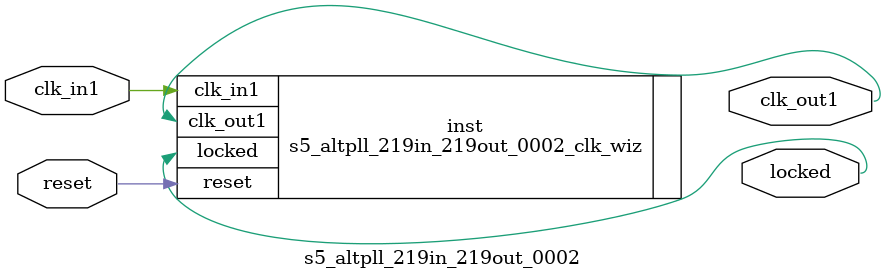
<source format=v>


`timescale 1ps/1ps

(* CORE_GENERATION_INFO = "s5_altpll_219in_219out_0002,clk_wiz_v5_4_2_0,{component_name=s5_altpll_219in_219out_0002,use_phase_alignment=false,use_min_o_jitter=false,use_max_i_jitter=false,use_dyn_phase_shift=false,use_inclk_switchover=false,use_dyn_reconfig=false,enable_axi=0,feedback_source=FDBK_AUTO,PRIMITIVE=PLL,num_out_clk=1,clkin1_period=4.563,clkin2_period=10.0,use_power_down=false,use_reset=true,use_locked=true,use_inclk_stopped=false,feedback_type=SINGLE,CLOCK_MGR_TYPE=NA,manual_override=false}" *)

module s5_altpll_219in_219out_0002 
 (
  // Clock out ports
  output        clk_out1,
  // Status and control signals
  input         reset,
  output        locked,
 // Clock in ports
  input         clk_in1
 );

  s5_altpll_219in_219out_0002_clk_wiz inst
  (
  // Clock out ports  
  .clk_out1(clk_out1),
  // Status and control signals               
  .reset(reset), 
  .locked(locked),
 // Clock in ports
  .clk_in1(clk_in1)
  );

endmodule

</source>
